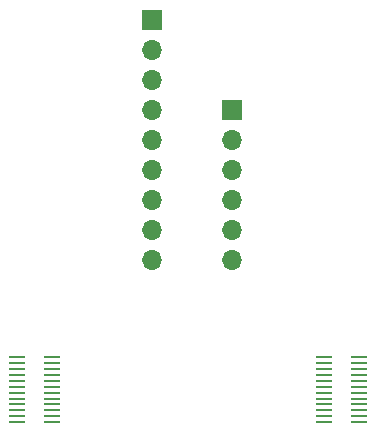
<source format=gbr>
%TF.GenerationSoftware,KiCad,Pcbnew,7.0.8*%
%TF.CreationDate,2023-11-08T20:28:38+10:00*%
%TF.ProjectId,ProgrammingBoard,50726f67-7261-46d6-9d69-6e67426f6172,rev?*%
%TF.SameCoordinates,Original*%
%TF.FileFunction,Soldermask,Bot*%
%TF.FilePolarity,Negative*%
%FSLAX46Y46*%
G04 Gerber Fmt 4.6, Leading zero omitted, Abs format (unit mm)*
G04 Created by KiCad (PCBNEW 7.0.8) date 2023-11-08 20:28:38*
%MOMM*%
%LPD*%
G01*
G04 APERTURE LIST*
G04 Aperture macros list*
%AMRoundRect*
0 Rectangle with rounded corners*
0 $1 Rounding radius*
0 $2 $3 $4 $5 $6 $7 $8 $9 X,Y pos of 4 corners*
0 Add a 4 corners polygon primitive as box body*
4,1,4,$2,$3,$4,$5,$6,$7,$8,$9,$2,$3,0*
0 Add four circle primitives for the rounded corners*
1,1,$1+$1,$2,$3*
1,1,$1+$1,$4,$5*
1,1,$1+$1,$6,$7*
1,1,$1+$1,$8,$9*
0 Add four rect primitives between the rounded corners*
20,1,$1+$1,$2,$3,$4,$5,0*
20,1,$1+$1,$4,$5,$6,$7,0*
20,1,$1+$1,$6,$7,$8,$9,0*
20,1,$1+$1,$8,$9,$2,$3,0*%
G04 Aperture macros list end*
%ADD10R,1.700000X1.700000*%
%ADD11O,1.700000X1.700000*%
%ADD12RoundRect,0.062500X0.612500X0.062500X-0.612500X0.062500X-0.612500X-0.062500X0.612500X-0.062500X0*%
G04 APERTURE END LIST*
D10*
%TO.C,J6*%
X14000000Y25320000D03*
D11*
X14000000Y22780000D03*
X14000000Y20240000D03*
X14000000Y17700000D03*
X14000000Y15160000D03*
X14000000Y12620000D03*
X14000000Y10080000D03*
X14000000Y7540000D03*
X14000000Y5000000D03*
%TD*%
%TO.C,J5*%
X20750000Y5000000D03*
X20750000Y7540000D03*
X20750000Y10080000D03*
X20750000Y12620000D03*
X20750000Y15160000D03*
D10*
X20750000Y17700000D03*
%TD*%
D12*
%TO.C,J1*%
X31475000Y-3250000D03*
X28525000Y-3250000D03*
X31475000Y-3750000D03*
X28525000Y-3750000D03*
X31475000Y-4250000D03*
X28525000Y-4250000D03*
X31475000Y-4750000D03*
X28525000Y-4750000D03*
X31475000Y-5250000D03*
X28525000Y-5250000D03*
X31475000Y-5750000D03*
X28525000Y-5750000D03*
X31475000Y-6250000D03*
X28525000Y-6250000D03*
X31475000Y-6750000D03*
X28525000Y-6750000D03*
X31475000Y-7250000D03*
X28525000Y-7250000D03*
X31475000Y-7750000D03*
X28525000Y-7750000D03*
X31475000Y-8250000D03*
X28525000Y-8250000D03*
X31475000Y-8750000D03*
X28525000Y-8750000D03*
%TD*%
%TO.C,J3*%
X5475000Y-3250000D03*
X2525000Y-3250000D03*
X5475000Y-3750000D03*
X2525000Y-3750000D03*
X5475000Y-4250000D03*
X2525000Y-4250000D03*
X5475000Y-4750000D03*
X2525000Y-4750000D03*
X5475000Y-5250000D03*
X2525000Y-5250000D03*
X5475000Y-5750000D03*
X2525000Y-5750000D03*
X5475000Y-6250000D03*
X2525000Y-6250000D03*
X5475000Y-6750000D03*
X2525000Y-6750000D03*
X5475000Y-7250000D03*
X2525000Y-7250000D03*
X5475000Y-7750000D03*
X2525000Y-7750000D03*
X5475000Y-8250000D03*
X2525000Y-8250000D03*
X5475000Y-8750000D03*
X2525000Y-8750000D03*
%TD*%
M02*

</source>
